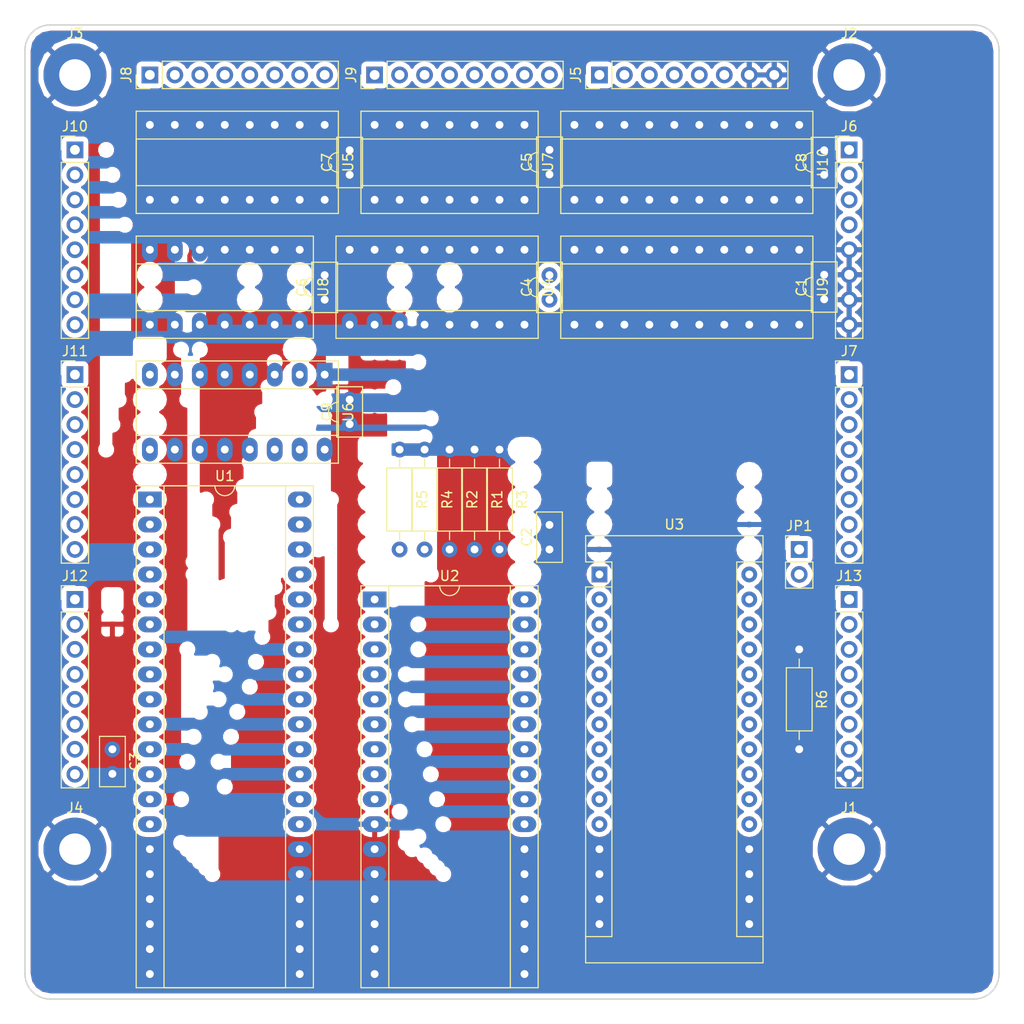
<source format=kicad_pcb>
(kicad_pcb (version 4) (host pcbnew 4.0.6+dfsg1-1)
  (layers (0 F.Cu signal) (31 B.Cu signal) (34 B.Paste user) (35 F.Paste user) (36 B.SilkS user) (37 F.SilkS user) (38 B.Mask user) (39 F.Mask user) (44 Edge.Cuts user))
  (net 0 "")
  (net 1 VCC)
  (net 2 GND)
  (net 3 /A0)
  (net 4 /A1)
  (net 5 /A2)
  (net 6 /A3)
  (net 7 /A4)
  (net 8 /A5)
  (net 9 /A6)
  (net 10 /A7)
  (net 11 /A8)
  (net 12 /A9)
  (net 13 /A10)
  (net 14 /A11)
  (net 15 /A12)
  (net 16 /A13)
  (net 17 /A14)
  (net 18 /A15)
  (net 19 /D0)
  (net 20 /D1)
  (net 21 /D2)
  (net 22 /D3)
  (net 23 /D4)
  (net 24 /D5)
  (net 25 /D6)
  (net 26 /D7)
  (net 27 /~WR)
  (net 28 /~RD)
  (net 29 /~IORQ)
  (net 30 /~MREQ)
  (net 31 /~BUSAK)
  (net 32 /~INT)
  (net 33 /~RESET)
  (net 34 /~WAIT)
  (net 35 /~BUSRQ)
  (net 36 /Arduino/~AOE)
  (net 37 /CLK)
  (net 38 /Arduino/ASDA)
  (net 39 /Arduino/ARCLK)
  (net 40 /Arduino/ASCLK)
  (net 41 "Net-(U4-Pad9)")
  (net 42 "Net-(U5-Pad9)")
  (net 43 /~RFSH)
  (net 44 /~HALT)
  (net 45 /~NMI)
  (net 46 "/IO Ports/PA0")
  (net 47 "/IO Ports/PA1")
  (net 48 "/IO Ports/PA2")
  (net 49 "/IO Ports/PA3")
  (net 50 "/IO Ports/PA4")
  (net 51 "/IO Ports/PA5")
  (net 52 "/IO Ports/PA6")
  (net 53 "/IO Ports/PA7")
  (net 54 "/IO Ports/PB0")
  (net 55 "/IO Ports/PB1")
  (net 56 "/IO Ports/PB2")
  (net 57 "/IO Ports/PB3")
  (net 58 "/IO Ports/PB4")
  (net 59 "/IO Ports/PB5")
  (net 60 "/IO Ports/PB6")
  (net 61 "/IO Ports/PB7")
  (net 62 /~M1)
  (net 63 "/IO Ports/~ADDR0")
  (net 64 "Net-(U8-Pad12)")
  (net 65 "/IO Ports/~RDPB")
  (net 66 "/IO Ports/WRPA")
  (net 67 "Net-(J13-Pad1)")
  (net 68 "Net-(J13-Pad3)")
  (net 69 "Net-(J13-Pad4)")
  (net 70 "Net-(J13-Pad5)")
  (net 71 "Net-(J13-Pad6)")
  (module Modules:Arduino_Nano (layer F.Cu) (at 111.76 109.22)
    (fp_text reference U3 (at 7.62 -5.08) (layer F.SilkS))
    (fp_text value Nano)
    (pad 1 thru_hole rect (at 0 0) (size 1.6 1.6) (drill 0.8) (layers *.Cu *.Mask))
    (pad 17 thru_hole oval (at 15.24 33.02) (size 1.6 1.6) (drill 0.8) (layers *.Cu *.Mask))
    (pad 2 thru_hole oval (at 0 2.54) (size 1.6 1.6) (drill 0.8) (layers *.Cu *.Mask))
    (pad 18 thru_hole oval (at 15.24 30.48) (size 1.6 1.6) (drill 0.8) (layers *.Cu *.Mask))
    (pad 3 thru_hole oval (at 0 5.08) (size 1.6 1.6) (drill 0.8) (layers *.Cu *.Mask))
    (pad 19 thru_hole oval (at 15.24 27.94) (size 1.6 1.6) (drill 0.8) (layers *.Cu *.Mask) (net 19 /D0))
    (pad 4 thru_hole oval (at 0 7.62) (size 1.6 1.6) (drill 0.8) (layers *.Cu *.Mask) (net 2 GND))
    (pad 20 thru_hole oval (at 15.24 25.4) (size 1.6 1.6) (drill 0.8) (layers *.Cu *.Mask) (net 20 /D1))
    (pad 5 thru_hole oval (at 0 10.16) (size 1.6 1.6) (drill 0.8) (layers *.Cu *.Mask) (net 68 "Net-(J13-Pad3)"))
    (pad 21 thru_hole oval (at 15.24 22.86) (size 1.6 1.6) (drill 0.8) (layers *.Cu *.Mask) (net 21 /D2))
    (pad 6 thru_hole oval (at 0 12.7) (size 1.6 1.6) (drill 0.8) (layers *.Cu *.Mask) (net 69 "Net-(J13-Pad4)"))
    (pad 22 thru_hole oval (at 15.24 20.32) (size 1.6 1.6) (drill 0.8) (layers *.Cu *.Mask) (net 22 /D3))
    (pad 7 thru_hole oval (at 0 15.24) (size 1.6 1.6) (drill 0.8) (layers *.Cu *.Mask) (net 33 /~RESET))
    (pad 23 thru_hole oval (at 15.24 17.78) (size 1.6 1.6) (drill 0.8) (layers *.Cu *.Mask) (net 23 /D4))
    (pad 8 thru_hole oval (at 0 17.78) (size 1.6 1.6) (drill 0.8) (layers *.Cu *.Mask) (net 70 "Net-(J13-Pad5)"))
    (pad 24 thru_hole oval (at 15.24 15.24) (size 1.6 1.6) (drill 0.8) (layers *.Cu *.Mask) (net 24 /D5))
    (pad 9 thru_hole oval (at 0 20.32) (size 1.6 1.6) (drill 0.8) (layers *.Cu *.Mask) (net 25 /D6))
    (pad 25 thru_hole oval (at 15.24 12.7) (size 1.6 1.6) (drill 0.8) (layers *.Cu *.Mask))
    (pad 10 thru_hole oval (at 0 22.86) (size 1.6 1.6) (drill 0.8) (layers *.Cu *.Mask) (net 26 /D7))
    (pad 26 thru_hole oval (at 15.24 10.16) (size 1.6 1.6) (drill 0.8) (layers *.Cu *.Mask))
    (pad 11 thru_hole oval (at 0 25.4) (size 1.6 1.6) (drill 0.8) (layers *.Cu *.Mask) (net 37 /CLK))
    (pad 27 thru_hole oval (at 15.24 7.62) (size 1.6 1.6) (drill 0.8) (layers *.Cu *.Mask) (net 67 "Net-(J13-Pad1)"))
    (pad 12 thru_hole oval (at 0 27.94) (size 1.6 1.6) (drill 0.8) (layers *.Cu *.Mask) (net 36 /Arduino/~AOE))
    (pad 28 thru_hole oval (at 15.24 5.08) (size 1.6 1.6) (drill 0.8) (layers *.Cu *.Mask) (net 2 GND))
    (pad 13 thru_hole oval (at 0 30.48) (size 1.6 1.6) (drill 0.8) (layers *.Cu *.Mask) (net 71 "Net-(J13-Pad6)"))
    (pad 29 thru_hole oval (at 15.24 2.54) (size 1.6 1.6) (drill 0.8) (layers *.Cu *.Mask))
    (pad 14 thru_hole oval (at 0 33.02) (size 1.6 1.6) (drill 0.8) (layers *.Cu *.Mask) (net 38 /Arduino/ASDA))
    (pad 30 thru_hole oval (at 15.24 0) (size 1.6 1.6) (drill 0.8) (layers *.Cu *.Mask))
    (pad 15 thru_hole oval (at 0 35.56) (size 1.6 1.6) (drill 0.8) (layers *.Cu *.Mask) (net 39 /Arduino/ARCLK))
    (pad 16 thru_hole oval (at 15.24 35.56) (size 1.6 1.6) (drill 0.8) (layers *.Cu *.Mask) (net 40 /Arduino/ASCLK))
  )
  (module Pin_Headers:Pin_Header_Straight_1x08_Pitch2.54mm (layer F.Cu) (at 137.16 66.04)
    (fp_text reference J6 (at 0 -2.39) (layer F.SilkS))
    (fp_text value PORTA)
    (pad 1 thru_hole rect (at 0 0) (size 1.7 1.7) (drill 1) (layers *.Cu *.Mask) (net 46 "/IO Ports/PA0"))
    (pad 2 thru_hole oval (at 0 2.54) (size 1.7 1.7) (drill 1) (layers *.Cu *.Mask) (net 47 "/IO Ports/PA1"))
    (pad 3 thru_hole oval (at 0 5.08) (size 1.7 1.7) (drill 1) (layers *.Cu *.Mask) (net 48 "/IO Ports/PA2"))
    (pad 4 thru_hole oval (at 0 7.62) (size 1.7 1.7) (drill 1) (layers *.Cu *.Mask) (net 49 "/IO Ports/PA3"))
    (pad 5 thru_hole oval (at 0 10.16) (size 1.7 1.7) (drill 1) (layers *.Cu *.Mask) (net 50 "/IO Ports/PA4"))
    (pad 6 thru_hole oval (at 0 12.7) (size 1.7 1.7) (drill 1) (layers *.Cu *.Mask) (net 51 "/IO Ports/PA5"))
    (pad 7 thru_hole oval (at 0 15.24) (size 1.7 1.7) (drill 1) (layers *.Cu *.Mask) (net 52 "/IO Ports/PA6"))
    (pad 8 thru_hole oval (at 0 17.78) (size 1.7 1.7) (drill 1) (layers *.Cu *.Mask) (net 53 "/IO Ports/PA7"))
  )
  (module Resistors_THT:R_Axial_DIN0207_L6.3mm_D2.5mm_P10.16mm_Horizontal (layer F.Cu) (at 99.06 96.52 270)
    (fp_text reference R1 (at 5.08 -2.31 270) (layer F.SilkS))
    (fp_text value 330R)
    (pad 1 thru_hole circle (at 0 0 270) (size 1.6 1.6) (drill 0.8) (layers *.Cu *.Mask) (net 1 VCC))
    (pad 2 thru_hole oval (at 10.16 0 270) (size 1.6 1.6) (drill 0.8) (layers *.Cu *.Mask) (net 35 /~BUSRQ))
  )
  (module Resistors_THT:R_Axial_DIN0207_L6.3mm_D2.5mm_P10.16mm_Horizontal (layer F.Cu) (at 96.52 96.52 270)
    (fp_text reference R2 (at 5.08 -2.31 270) (layer F.SilkS))
    (fp_text value 330R)
    (pad 1 thru_hole circle (at 0 0 270) (size 1.6 1.6) (drill 0.8) (layers *.Cu *.Mask) (net 1 VCC))
    (pad 2 thru_hole oval (at 10.16 0 270) (size 1.6 1.6) (drill 0.8) (layers *.Cu *.Mask) (net 34 /~WAIT))
  )
  (module Resistors_THT:R_Axial_DIN0207_L6.3mm_D2.5mm_P10.16mm_Horizontal (layer F.Cu) (at 101.6 96.52 270)
    (fp_text reference R3 (at 5.08 -2.31 270) (layer F.SilkS))
    (fp_text value 330R)
    (pad 1 thru_hole circle (at 0 0 270) (size 1.6 1.6) (drill 0.8) (layers *.Cu *.Mask) (net 1 VCC))
    (pad 2 thru_hole oval (at 10.16 0 270) (size 1.6 1.6) (drill 0.8) (layers *.Cu *.Mask) (net 33 /~RESET))
  )
  (module Resistors_THT:R_Axial_DIN0207_L6.3mm_D2.5mm_P10.16mm_Horizontal (layer F.Cu) (at 93.98 96.52 270)
    (fp_text reference R4 (at 5.08 -2.31 270) (layer F.SilkS))
    (fp_text value 330R)
    (pad 1 thru_hole circle (at 0 0 270) (size 1.6 1.6) (drill 0.8) (layers *.Cu *.Mask) (net 1 VCC))
    (pad 2 thru_hole oval (at 10.16 0 270) (size 1.6 1.6) (drill 0.8) (layers *.Cu *.Mask) (net 45 /~NMI))
  )
  (module Resistors_THT:R_Axial_DIN0207_L6.3mm_D2.5mm_P10.16mm_Horizontal (layer F.Cu) (at 91.44 96.52 270)
    (fp_text reference R5 (at 5.08 -2.31 270) (layer F.SilkS))
    (fp_text value 330R)
    (pad 1 thru_hole circle (at 0 0 270) (size 1.6 1.6) (drill 0.8) (layers *.Cu *.Mask) (net 1 VCC))
    (pad 2 thru_hole oval (at 10.16 0 270) (size 1.6 1.6) (drill 0.8) (layers *.Cu *.Mask) (net 32 /~INT))
  )
  (module Resistors_THT:R_Axial_DIN0207_L6.3mm_D2.5mm_P10.16mm_Horizontal (layer F.Cu) (at 132.08 116.84 270)
    (fp_text reference R6 (at 5.08 -2.31 270) (layer F.SilkS))
    (fp_text value 330R)
    (pad 1 thru_hole circle (at 0 0 270) (size 1.6 1.6) (drill 0.8) (layers *.Cu *.Mask) (net 1 VCC))
    (pad 2 thru_hole oval (at 10.16 0 270) (size 1.6 1.6) (drill 0.8) (layers *.Cu *.Mask) (net 36 /Arduino/~AOE))
  )
  (module Housings_DIP:DIP-40_W15.24mm_Socket_LongPads (layer F.Cu) (at 66.04 101.6)
    (fp_text reference U1 (at 7.62 -2.39) (layer F.SilkS))
    (fp_text value Z84C00)
    (pad 1 thru_hole rect (at 0 0) (size 2.4 1.6) (drill 0.8) (layers *.Cu *.Mask) (net 14 /A11))
    (pad 21 thru_hole oval (at 15.24 48.26) (size 2.4 1.6) (drill 0.8) (layers *.Cu *.Mask) (net 28 /~RD))
    (pad 2 thru_hole oval (at 0 2.54) (size 2.4 1.6) (drill 0.8) (layers *.Cu *.Mask) (net 15 /A12))
    (pad 22 thru_hole oval (at 15.24 45.72) (size 2.4 1.6) (drill 0.8) (layers *.Cu *.Mask) (net 27 /~WR))
    (pad 3 thru_hole oval (at 0 5.08) (size 2.4 1.6) (drill 0.8) (layers *.Cu *.Mask) (net 16 /A13))
    (pad 23 thru_hole oval (at 15.24 43.18) (size 2.4 1.6) (drill 0.8) (layers *.Cu *.Mask) (net 31 /~BUSAK))
    (pad 4 thru_hole oval (at 0 7.62) (size 2.4 1.6) (drill 0.8) (layers *.Cu *.Mask) (net 17 /A14))
    (pad 24 thru_hole oval (at 15.24 40.64) (size 2.4 1.6) (drill 0.8) (layers *.Cu *.Mask) (net 34 /~WAIT))
    (pad 5 thru_hole oval (at 0 10.16) (size 2.4 1.6) (drill 0.8) (layers *.Cu *.Mask) (net 18 /A15))
    (pad 25 thru_hole oval (at 15.24 38.1) (size 2.4 1.6) (drill 0.8) (layers *.Cu *.Mask) (net 35 /~BUSRQ))
    (pad 6 thru_hole oval (at 0 12.7) (size 2.4 1.6) (drill 0.8) (layers *.Cu *.Mask) (net 37 /CLK))
    (pad 26 thru_hole oval (at 15.24 35.56) (size 2.4 1.6) (drill 0.8) (layers *.Cu *.Mask) (net 33 /~RESET))
    (pad 7 thru_hole oval (at 0 15.24) (size 2.4 1.6) (drill 0.8) (layers *.Cu *.Mask) (net 23 /D4))
    (pad 27 thru_hole oval (at 15.24 33.02) (size 2.4 1.6) (drill 0.8) (layers *.Cu *.Mask) (net 62 /~M1))
    (pad 8 thru_hole oval (at 0 17.78) (size 2.4 1.6) (drill 0.8) (layers *.Cu *.Mask) (net 22 /D3))
    (pad 28 thru_hole oval (at 15.24 30.48) (size 2.4 1.6) (drill 0.8) (layers *.Cu *.Mask) (net 43 /~RFSH))
    (pad 9 thru_hole oval (at 0 20.32) (size 2.4 1.6) (drill 0.8) (layers *.Cu *.Mask) (net 24 /D5))
    (pad 29 thru_hole oval (at 15.24 27.94) (size 2.4 1.6) (drill 0.8) (layers *.Cu *.Mask) (net 12 /A9))
    (pad 10 thru_hole oval (at 0 22.86) (size 2.4 1.6) (drill 0.8) (layers *.Cu *.Mask) (net 25 /D6))
    (pad 30 thru_hole oval (at 15.24 25.4) (size 2.4 1.6) (drill 0.8) (layers *.Cu *.Mask) (net 3 /A0))
    (pad 11 thru_hole oval (at 0 25.4) (size 2.4 1.6) (drill 0.8) (layers *.Cu *.Mask) (net 1 VCC))
    (pad 31 thru_hole oval (at 15.24 22.86) (size 2.4 1.6) (drill 0.8) (layers *.Cu *.Mask) (net 4 /A1))
    (pad 12 thru_hole oval (at 0 27.94) (size 2.4 1.6) (drill 0.8) (layers *.Cu *.Mask) (net 21 /D2))
    (pad 32 thru_hole oval (at 15.24 20.32) (size 2.4 1.6) (drill 0.8) (layers *.Cu *.Mask) (net 5 /A2))
    (pad 13 thru_hole oval (at 0 30.48) (size 2.4 1.6) (drill 0.8) (layers *.Cu *.Mask) (net 26 /D7))
    (pad 33 thru_hole oval (at 15.24 17.78) (size 2.4 1.6) (drill 0.8) (layers *.Cu *.Mask) (net 6 /A3))
    (pad 14 thru_hole oval (at 0 33.02) (size 2.4 1.6) (drill 0.8) (layers *.Cu *.Mask) (net 19 /D0))
    (pad 34 thru_hole oval (at 15.24 15.24) (size 2.4 1.6) (drill 0.8) (layers *.Cu *.Mask) (net 7 /A4))
    (pad 15 thru_hole oval (at 0 35.56) (size 2.4 1.6) (drill 0.8) (layers *.Cu *.Mask) (net 20 /D1))
    (pad 35 thru_hole oval (at 15.24 12.7) (size 2.4 1.6) (drill 0.8) (layers *.Cu *.Mask) (net 8 /A5))
    (pad 16 thru_hole oval (at 0 38.1) (size 2.4 1.6) (drill 0.8) (layers *.Cu *.Mask) (net 32 /~INT))
    (pad 36 thru_hole oval (at 15.24 10.16) (size 2.4 1.6) (drill 0.8) (layers *.Cu *.Mask) (net 9 /A6))
    (pad 17 thru_hole oval (at 0 40.64) (size 2.4 1.6) (drill 0.8) (layers *.Cu *.Mask) (net 45 /~NMI))
    (pad 37 thru_hole oval (at 15.24 7.62) (size 2.4 1.6) (drill 0.8) (layers *.Cu *.Mask) (net 10 /A7))
    (pad 18 thru_hole oval (at 0 43.18) (size 2.4 1.6) (drill 0.8) (layers *.Cu *.Mask) (net 44 /~HALT))
    (pad 38 thru_hole oval (at 15.24 5.08) (size 2.4 1.6) (drill 0.8) (layers *.Cu *.Mask) (net 11 /A8))
    (pad 19 thru_hole oval (at 0 45.72) (size 2.4 1.6) (drill 0.8) (layers *.Cu *.Mask) (net 30 /~MREQ))
    (pad 39 thru_hole oval (at 15.24 2.54) (size 2.4 1.6) (drill 0.8) (layers *.Cu *.Mask))
    (pad 20 thru_hole oval (at 0 48.26) (size 2.4 1.6) (drill 0.8) (layers *.Cu *.Mask) (net 29 /~IORQ))
    (pad 40 thru_hole oval (at 15.24 0) (size 2.4 1.6) (drill 0.8) (layers *.Cu *.Mask) (net 13 /A10))
  )
  (module Pin_Headers:Pin_Header_Straight_1x08_Pitch2.54mm (layer F.Cu) (at 137.16 88.9)
    (fp_text reference J7 (at 0 -2.39) (layer F.SilkS))
    (fp_text value PORTB)
    (pad 1 thru_hole rect (at 0 0) (size 1.7 1.7) (drill 1) (layers *.Cu *.Mask) (net 54 "/IO Ports/PB0"))
    (pad 2 thru_hole oval (at 0 2.54) (size 1.7 1.7) (drill 1) (layers *.Cu *.Mask) (net 55 "/IO Ports/PB1"))
    (pad 3 thru_hole oval (at 0 5.08) (size 1.7 1.7) (drill 1) (layers *.Cu *.Mask) (net 56 "/IO Ports/PB2"))
    (pad 4 thru_hole oval (at 0 7.62) (size 1.7 1.7) (drill 1) (layers *.Cu *.Mask) (net 57 "/IO Ports/PB3"))
    (pad 5 thru_hole oval (at 0 10.16) (size 1.7 1.7) (drill 1) (layers *.Cu *.Mask) (net 58 "/IO Ports/PB4"))
    (pad 6 thru_hole oval (at 0 12.7) (size 1.7 1.7) (drill 1) (layers *.Cu *.Mask) (net 59 "/IO Ports/PB5"))
    (pad 7 thru_hole oval (at 0 15.24) (size 1.7 1.7) (drill 1) (layers *.Cu *.Mask) (net 60 "/IO Ports/PB6"))
    (pad 8 thru_hole oval (at 0 17.78) (size 1.7 1.7) (drill 1) (layers *.Cu *.Mask) (net 61 "/IO Ports/PB7"))
  )
  (module Pin_Headers:Pin_Header_Straight_1x08_Pitch2.54mm (layer F.Cu) (at 66.04 58.42 90)
    (fp_text reference J8 (at 0 -2.39 90) (layer F.SilkS))
    (fp_text value ADDR2)
    (pad 1 thru_hole rect (at 0 0 90) (size 1.7 1.7) (drill 1) (layers *.Cu *.Mask) (net 18 /A15))
    (pad 2 thru_hole oval (at 0 2.54 90) (size 1.7 1.7) (drill 1) (layers *.Cu *.Mask) (net 17 /A14))
    (pad 3 thru_hole oval (at 0 5.08 90) (size 1.7 1.7) (drill 1) (layers *.Cu *.Mask) (net 16 /A13))
    (pad 4 thru_hole oval (at 0 7.62 90) (size 1.7 1.7) (drill 1) (layers *.Cu *.Mask) (net 15 /A12))
    (pad 5 thru_hole oval (at 0 10.16 90) (size 1.7 1.7) (drill 1) (layers *.Cu *.Mask) (net 14 /A11))
    (pad 6 thru_hole oval (at 0 12.7 90) (size 1.7 1.7) (drill 1) (layers *.Cu *.Mask) (net 13 /A10))
    (pad 7 thru_hole oval (at 0 15.24 90) (size 1.7 1.7) (drill 1) (layers *.Cu *.Mask) (net 12 /A9))
    (pad 8 thru_hole oval (at 0 17.78 90) (size 1.7 1.7) (drill 1) (layers *.Cu *.Mask) (net 11 /A8))
  )
  (module Pin_Headers:Pin_Header_Straight_1x08_Pitch2.54mm (layer F.Cu) (at 88.9 58.42 90)
    (fp_text reference J9 (at 0 -2.39 90) (layer F.SilkS))
    (fp_text value ADDR1)
    (pad 1 thru_hole rect (at 0 0 90) (size 1.7 1.7) (drill 1) (layers *.Cu *.Mask) (net 10 /A7))
    (pad 2 thru_hole oval (at 0 2.54 90) (size 1.7 1.7) (drill 1) (layers *.Cu *.Mask) (net 9 /A6))
    (pad 3 thru_hole oval (at 0 5.08 90) (size 1.7 1.7) (drill 1) (layers *.Cu *.Mask) (net 8 /A5))
    (pad 4 thru_hole oval (at 0 7.62 90) (size 1.7 1.7) (drill 1) (layers *.Cu *.Mask) (net 7 /A4))
    (pad 5 thru_hole oval (at 0 10.16 90) (size 1.7 1.7) (drill 1) (layers *.Cu *.Mask) (net 6 /A3))
    (pad 6 thru_hole oval (at 0 12.7 90) (size 1.7 1.7) (drill 1) (layers *.Cu *.Mask) (net 5 /A2))
    (pad 7 thru_hole oval (at 0 15.24 90) (size 1.7 1.7) (drill 1) (layers *.Cu *.Mask) (net 4 /A1))
    (pad 8 thru_hole oval (at 0 17.78 90) (size 1.7 1.7) (drill 1) (layers *.Cu *.Mask) (net 3 /A0))
  )
  (module Pin_Headers:Pin_Header_Straight_1x08_Pitch2.54mm (layer F.Cu) (at 58.42 66.04)
    (fp_text reference J10 (at 0 -2.39) (layer F.SilkS))
    (fp_text value DATA)
    (pad 1 thru_hole rect (at 0 0) (size 1.7 1.7) (drill 1) (layers *.Cu *.Mask) (net 19 /D0))
    (pad 2 thru_hole oval (at 0 2.54) (size 1.7 1.7) (drill 1) (layers *.Cu *.Mask) (net 20 /D1))
    (pad 3 thru_hole oval (at 0 5.08) (size 1.7 1.7) (drill 1) (layers *.Cu *.Mask) (net 21 /D2))
    (pad 4 thru_hole oval (at 0 7.62) (size 1.7 1.7) (drill 1) (layers *.Cu *.Mask) (net 22 /D3))
    (pad 5 thru_hole oval (at 0 10.16) (size 1.7 1.7) (drill 1) (layers *.Cu *.Mask) (net 23 /D4))
    (pad 6 thru_hole oval (at 0 12.7) (size 1.7 1.7) (drill 1) (layers *.Cu *.Mask) (net 24 /D5))
    (pad 7 thru_hole oval (at 0 15.24) (size 1.7 1.7) (drill 1) (layers *.Cu *.Mask) (net 25 /D6))
    (pad 8 thru_hole oval (at 0 17.78) (size 1.7 1.7) (drill 1) (layers *.Cu *.Mask) (net 26 /D7))
  )
  (module Pin_Headers:Pin_Header_Straight_1x08_Pitch2.54mm (layer F.Cu) (at 58.42 88.9)
    (fp_text reference J11 (at 0 -2.39) (layer F.SilkS))
    (fp_text value CPU1)
    (pad 1 thru_hole rect (at 0 0) (size 1.7 1.7) (drill 1) (layers *.Cu *.Mask) (net 44 /~HALT))
    (pad 2 thru_hole oval (at 0 2.54) (size 1.7 1.7) (drill 1) (layers *.Cu *.Mask) (net 30 /~MREQ))
    (pad 3 thru_hole oval (at 0 5.08) (size 1.7 1.7) (drill 1) (layers *.Cu *.Mask) (net 29 /~IORQ))
    (pad 4 thru_hole oval (at 0 7.62) (size 1.7 1.7) (drill 1) (layers *.Cu *.Mask) (net 28 /~RD))
    (pad 5 thru_hole oval (at 0 10.16) (size 1.7 1.7) (drill 1) (layers *.Cu *.Mask) (net 27 /~WR))
    (pad 6 thru_hole oval (at 0 12.7) (size 1.7 1.7) (drill 1) (layers *.Cu *.Mask) (net 31 /~BUSAK))
    (pad 7 thru_hole oval (at 0 15.24) (size 1.7 1.7) (drill 1) (layers *.Cu *.Mask) (net 62 /~M1))
    (pad 8 thru_hole oval (at 0 17.78) (size 1.7 1.7) (drill 1) (layers *.Cu *.Mask) (net 43 /~RFSH))
  )
  (module Pin_Headers:Pin_Header_Straight_1x08_Pitch2.54mm (layer F.Cu) (at 58.42 111.76)
    (fp_text reference J12 (at 0 -2.39) (layer F.SilkS))
    (fp_text value CPU2)
    (pad 1 thru_hole rect (at 0 0) (size 1.7 1.7) (drill 1) (layers *.Cu *.Mask) (net 1 VCC))
    (pad 2 thru_hole oval (at 0 2.54) (size 1.7 1.7) (drill 1) (layers *.Cu *.Mask) (net 32 /~INT))
    (pad 3 thru_hole oval (at 0 5.08) (size 1.7 1.7) (drill 1) (layers *.Cu *.Mask) (net 45 /~NMI))
    (pad 4 thru_hole oval (at 0 7.62) (size 1.7 1.7) (drill 1) (layers *.Cu *.Mask) (net 33 /~RESET))
    (pad 5 thru_hole oval (at 0 10.16) (size 1.7 1.7) (drill 1) (layers *.Cu *.Mask) (net 34 /~WAIT))
    (pad 6 thru_hole oval (at 0 12.7) (size 1.7 1.7) (drill 1) (layers *.Cu *.Mask) (net 35 /~BUSRQ))
    (pad 7 thru_hole oval (at 0 15.24) (size 1.7 1.7) (drill 1) (layers *.Cu *.Mask) (net 37 /CLK))
    (pad 8 thru_hole oval (at 0 17.78) (size 1.7 1.7) (drill 1) (layers *.Cu *.Mask) (net 2 GND))
  )
  (module Housings_DIP:DIP-32_W15.24mm_Socket_LongPads (layer F.Cu) (at 88.9 111.76)
    (fp_text reference U2 (at 7.62 -2.39) (layer F.SilkS))
    (fp_text value AS6C4008)
    (pad 1 thru_hole rect (at 0 0) (size 2.4 1.6) (drill 0.8) (layers *.Cu *.Mask) (net 1 VCC))
    (pad 17 thru_hole oval (at 15.24 38.1) (size 2.4 1.6) (drill 0.8) (layers *.Cu *.Mask) (net 22 /D3))
    (pad 2 thru_hole oval (at 0 2.54) (size 2.4 1.6) (drill 0.8) (layers *.Cu *.Mask) (net 1 VCC))
    (pad 18 thru_hole oval (at 15.24 35.56) (size 2.4 1.6) (drill 0.8) (layers *.Cu *.Mask) (net 23 /D4))
    (pad 3 thru_hole oval (at 0 5.08) (size 2.4 1.6) (drill 0.8) (layers *.Cu *.Mask) (net 12 /A9))
    (pad 19 thru_hole oval (at 15.24 33.02) (size 2.4 1.6) (drill 0.8) (layers *.Cu *.Mask) (net 24 /D5))
    (pad 4 thru_hole oval (at 0 7.62) (size 2.4 1.6) (drill 0.8) (layers *.Cu *.Mask) (net 11 /A8))
    (pad 20 thru_hole oval (at 15.24 30.48) (size 2.4 1.6) (drill 0.8) (layers *.Cu *.Mask) (net 25 /D6))
    (pad 5 thru_hole oval (at 0 10.16) (size 2.4 1.6) (drill 0.8) (layers *.Cu *.Mask) (net 10 /A7))
    (pad 21 thru_hole oval (at 15.24 27.94) (size 2.4 1.6) (drill 0.8) (layers *.Cu *.Mask) (net 26 /D7))
    (pad 6 thru_hole oval (at 0 12.7) (size 2.4 1.6) (drill 0.8) (layers *.Cu *.Mask) (net 9 /A6))
    (pad 22 thru_hole oval (at 15.24 25.4) (size 2.4 1.6) (drill 0.8) (layers *.Cu *.Mask) (net 30 /~MREQ))
    (pad 7 thru_hole oval (at 0 15.24) (size 2.4 1.6) (drill 0.8) (layers *.Cu *.Mask) (net 8 /A5))
    (pad 23 thru_hole oval (at 15.24 22.86) (size 2.4 1.6) (drill 0.8) (layers *.Cu *.Mask) (net 14 /A11))
    (pad 8 thru_hole oval (at 0 17.78) (size 2.4 1.6) (drill 0.8) (layers *.Cu *.Mask) (net 7 /A4))
    (pad 24 thru_hole oval (at 15.24 20.32) (size 2.4 1.6) (drill 0.8) (layers *.Cu *.Mask) (net 28 /~RD))
    (pad 9 thru_hole oval (at 0 20.32) (size 2.4 1.6) (drill 0.8) (layers *.Cu *.Mask) (net 6 /A3))
    (pad 25 thru_hole oval (at 15.24 17.78) (size 2.4 1.6) (drill 0.8) (layers *.Cu *.Mask) (net 13 /A10))
    (pad 10 thru_hole oval (at 0 22.86) (size 2.4 1.6) (drill 0.8) (layers *.Cu *.Mask) (net 5 /A2))
    (pad 26 thru_hole oval (at 15.24 15.24) (size 2.4 1.6) (drill 0.8) (layers *.Cu *.Mask) (net 15 /A12))
    (pad 11 thru_hole oval (at 0 25.4) (size 2.4 1.6) (drill 0.8) (layers *.Cu *.Mask) (net 4 /A1))
    (pad 27 thru_hole oval (at 15.24 12.7) (size 2.4 1.6) (drill 0.8) (layers *.Cu *.Mask) (net 16 /A13))
    (pad 12 thru_hole oval (at 0 27.94) (size 2.4 1.6) (drill 0.8) (layers *.Cu *.Mask) (net 3 /A0))
    (pad 28 thru_hole oval (at 15.24 10.16) (size 2.4 1.6) (drill 0.8) (layers *.Cu *.Mask) (net 17 /A14))
    (pad 13 thru_hole oval (at 0 30.48) (size 2.4 1.6) (drill 0.8) (layers *.Cu *.Mask) (net 21 /D2))
    (pad 29 thru_hole oval (at 15.24 7.62) (size 2.4 1.6) (drill 0.8) (layers *.Cu *.Mask) (net 27 /~WR))
    (pad 14 thru_hole oval (at 0 33.02) (size 2.4 1.6) (drill 0.8) (layers *.Cu *.Mask) (net 20 /D1))
    (pad 30 thru_hole oval (at 15.24 5.08) (size 2.4 1.6) (drill 0.8) (layers *.Cu *.Mask) (net 1 VCC))
    (pad 15 thru_hole oval (at 0 35.56) (size 2.4 1.6) (drill 0.8) (layers *.Cu *.Mask) (net 19 /D0))
    (pad 31 thru_hole oval (at 15.24 2.54) (size 2.4 1.6) (drill 0.8) (layers *.Cu *.Mask) (net 18 /A15))
    (pad 16 thru_hole oval (at 0 38.1) (size 2.4 1.6) (drill 0.8) (layers *.Cu *.Mask) (net 2 GND))
    (pad 32 thru_hole oval (at 15.24 0) (size 2.4 1.6) (drill 0.8) (layers *.Cu *.Mask) (net 1 VCC))
  )
  (module Pin_Headers:Pin_Header_Straight_1x02_Pitch2.54mm (layer F.Cu) (at 132.08 106.68)
    (fp_text reference JP1 (at 0 -2.39) (layer F.SilkS))
    (fp_text value "NANO PWR")
    (pad 1 thru_hole rect (at 0 0) (size 1.7 1.7) (drill 1) (layers *.Cu *.Mask) (net 67 "Net-(J13-Pad1)"))
    (pad 2 thru_hole oval (at 0 2.54) (size 1.7 1.7) (drill 1) (layers *.Cu *.Mask) (net 1 VCC))
  )
  (module Pin_Headers:Pin_Header_Straight_1x08_Pitch2.54mm (layer F.Cu) (at 111.76 58.42 90)
    (fp_text reference J5 (at 0 -2.39 90) (layer F.SilkS))
    (fp_text value POWER)
    (pad 1 thru_hole rect (at 0 0 90) (size 1.7 1.7) (drill 1) (layers *.Cu *.Mask) (net 1 VCC))
    (pad 2 thru_hole oval (at 0 2.54 90) (size 1.7 1.7) (drill 1) (layers *.Cu *.Mask) (net 1 VCC))
    (pad 3 thru_hole oval (at 0 5.08 90) (size 1.7 1.7) (drill 1) (layers *.Cu *.Mask) (net 1 VCC))
    (pad 4 thru_hole oval (at 0 7.62 90) (size 1.7 1.7) (drill 1) (layers *.Cu *.Mask) (net 1 VCC))
    (pad 5 thru_hole oval (at 0 10.16 90) (size 1.7 1.7) (drill 1) (layers *.Cu *.Mask) (net 2 GND))
    (pad 6 thru_hole oval (at 0 12.7 90) (size 1.7 1.7) (drill 1) (layers *.Cu *.Mask) (net 2 GND))
    (pad 7 thru_hole oval (at 0 15.24 90) (size 1.7 1.7) (drill 1) (layers *.Cu *.Mask) (net 2 GND))
    (pad 8 thru_hole oval (at 0 17.78 90) (size 1.7 1.7) (drill 1) (layers *.Cu *.Mask) (net 2 GND))
  )
  (module Mounting_Holes:MountingHole_3.2mm_M3_Pad (layer F.Cu) (at 137.16 137.16)
    (fp_text reference J1 (at 0 -4.2) (layer F.SilkS))
    (fp_text value MOUNT)
    (pad 1 thru_hole circle (at 0 0) (size 6.4 6.4) (drill 3.2) (layers *.Cu *.Mask) (net 2 GND))
  )
  (module Mounting_Holes:MountingHole_3.2mm_M3_Pad (layer F.Cu) (at 137.16 58.42)
    (fp_text reference J2 (at 0 -4.2) (layer F.SilkS))
    (fp_text value MOUNT)
    (pad 1 thru_hole circle (at 0 0) (size 6.4 6.4) (drill 3.2) (layers *.Cu *.Mask) (net 2 GND))
  )
  (module Mounting_Holes:MountingHole_3.2mm_M3_Pad (layer F.Cu) (at 58.42 58.42)
    (fp_text reference J3 (at 0 -4.2) (layer F.SilkS))
    (fp_text value MOUNT)
    (pad 1 thru_hole circle (at 0 0) (size 6.4 6.4) (drill 3.2) (layers *.Cu *.Mask) (net 2 GND))
  )
  (module Mounting_Holes:MountingHole_3.2mm_M3_Pad (layer F.Cu) (at 58.42 137.16)
    (fp_text reference J4 (at 0 -4.2) (layer F.SilkS))
    (fp_text value MOUNT)
    (pad 1 thru_hole circle (at 0 0) (size 6.4 6.4) (drill 3.2) (layers *.Cu *.Mask) (net 2 GND))
  )
  (module Pin_Headers:Pin_Header_Straight_1x08_Pitch2.54mm (layer F.Cu) (at 137.16 111.76)
    (fp_text reference J13 (at 0 -2.39) (layer F.SilkS))
    (fp_text value NANO)
    (pad 1 thru_hole rect (at 0 0) (size 1.7 1.7) (drill 1) (layers *.Cu *.Mask) (net 67 "Net-(J13-Pad1)"))
    (pad 2 thru_hole oval (at 0 2.54) (size 1.7 1.7) (drill 1) (layers *.Cu *.Mask) (net 67 "Net-(J13-Pad1)"))
    (pad 3 thru_hole oval (at 0 5.08) (size 1.7 1.7) (drill 1) (layers *.Cu *.Mask) (net 68 "Net-(J13-Pad3)"))
    (pad 4 thru_hole oval (at 0 7.62) (size 1.7 1.7) (drill 1) (layers *.Cu *.Mask) (net 69 "Net-(J13-Pad4)"))
    (pad 5 thru_hole oval (at 0 10.16) (size 1.7 1.7) (drill 1) (layers *.Cu *.Mask) (net 70 "Net-(J13-Pad5)"))
    (pad 6 thru_hole oval (at 0 12.7) (size 1.7 1.7) (drill 1) (layers *.Cu *.Mask) (net 71 "Net-(J13-Pad6)"))
    (pad 7 thru_hole oval (at 0 15.24) (size 1.7 1.7) (drill 1) (layers *.Cu *.Mask) (net 2 GND))
    (pad 8 thru_hole oval (at 0 17.78) (size 1.7 1.7) (drill 1) (layers *.Cu *.Mask) (net 2 GND))
  )
  (module Capacitors_THT:C_Disc_D5.0mm_W2.5mm_P2.50mm (layer F.Cu) (at 134.62 81.24 90)
    (fp_text reference C1 (at 1.25 -2.31 90) (layer F.SilkS))
    (fp_text value 100n)
    (pad 1 thru_hole circle (at 0 0 90) (size 1.6 1.6) (drill 0.8) (layers *.Cu *.Mask) (net 1 VCC))
    (pad 2 thru_hole circle (at 2.5 0 90) (size 1.6 1.6) (drill 0.8) (layers *.Cu *.Mask) (net 2 GND))
  )
  (module Capacitors_THT:C_Disc_D5.0mm_W2.5mm_P2.50mm (layer F.Cu) (at 106.68 106.68 90)
    (fp_text reference C2 (at 1.25 -2.31 90) (layer F.SilkS))
    (fp_text value 100n)
    (pad 1 thru_hole circle (at 0 0 90) (size 1.6 1.6) (drill 0.8) (layers *.Cu *.Mask) (net 1 VCC))
    (pad 2 thru_hole circle (at 2.5 0 90) (size 1.6 1.6) (drill 0.8) (layers *.Cu *.Mask) (net 2 GND))
  )
  (module Capacitors_THT:C_Disc_D5.0mm_W2.5mm_P2.50mm (layer F.Cu) (at 62.23 127 270)
    (fp_text reference C3 (at 1.25 -2.31 270) (layer F.SilkS))
    (fp_text value 100n)
    (pad 1 thru_hole circle (at 0 0 270) (size 1.6 1.6) (drill 0.8) (layers *.Cu *.Mask) (net 1 VCC))
    (pad 2 thru_hole circle (at 2.5 0 270) (size 1.6 1.6) (drill 0.8) (layers *.Cu *.Mask) (net 2 GND))
  )
  (module Capacitors_THT:C_Disc_D5.0mm_W2.5mm_P2.50mm (layer F.Cu) (at 106.68 81.28 90)
    (fp_text reference C4 (at 1.25 -2.31 90) (layer F.SilkS))
    (fp_text value 100n)
    (pad 1 thru_hole circle (at 0 0 90) (size 1.6 1.6) (drill 0.8) (layers *.Cu *.Mask) (net 1 VCC))
    (pad 2 thru_hole circle (at 2.5 0 90) (size 1.6 1.6) (drill 0.8) (layers *.Cu *.Mask) (net 2 GND))
  )
  (module Capacitors_THT:C_Disc_D5.0mm_W2.5mm_P2.50mm (layer F.Cu) (at 106.68 68.54 90)
    (fp_text reference C5 (at 1.25 -2.31 90) (layer F.SilkS))
    (fp_text value 100n)
    (pad 1 thru_hole circle (at 0 0 90) (size 1.6 1.6) (drill 0.8) (layers *.Cu *.Mask) (net 1 VCC))
    (pad 2 thru_hole circle (at 2.5 0 90) (size 1.6 1.6) (drill 0.8) (layers *.Cu *.Mask) (net 2 GND))
  )
  (module Capacitors_THT:C_Disc_D5.0mm_W2.5mm_P2.50mm (layer F.Cu) (at 83.82 81.28 90)
    (fp_text reference C6 (at 1.25 -2.31 90) (layer F.SilkS))
    (fp_text value 100n)
    (pad 1 thru_hole circle (at 0 0 90) (size 1.6 1.6) (drill 0.8) (layers *.Cu *.Mask) (net 1 VCC))
    (pad 2 thru_hole circle (at 2.5 0 90) (size 1.6 1.6) (drill 0.8) (layers *.Cu *.Mask) (net 2 GND))
  )
  (module Capacitors_THT:C_Disc_D5.0mm_W2.5mm_P2.50mm (layer F.Cu) (at 86.36 68.58 90)
    (fp_text reference C7 (at 1.25 -2.31 90) (layer F.SilkS))
    (fp_text value 100n)
    (pad 1 thru_hole circle (at 0 0 90) (size 1.6 1.6) (drill 0.8) (layers *.Cu *.Mask) (net 1 VCC))
    (pad 2 thru_hole circle (at 2.5 0 90) (size 1.6 1.6) (drill 0.8) (layers *.Cu *.Mask) (net 2 GND))
  )
  (module Capacitors_THT:C_Disc_D5.0mm_W2.5mm_P2.50mm (layer F.Cu) (at 134.62 68.58 90)
    (fp_text reference C8 (at 1.25 -2.31 90) (layer F.SilkS))
    (fp_text value 100n)
    (pad 1 thru_hole circle (at 0 0 90) (size 1.6 1.6) (drill 0.8) (layers *.Cu *.Mask) (net 1 VCC))
    (pad 2 thru_hole circle (at 2.5 0 90) (size 1.6 1.6) (drill 0.8) (layers *.Cu *.Mask) (net 2 GND))
  )
  (module Capacitors_THT:C_Disc_D5.0mm_W2.5mm_P2.50mm (layer F.Cu) (at 86.36 93.94 90)
    (fp_text reference C9 (at 1.25 -2.31 90) (layer F.SilkS))
    (fp_text value 100n)
    (pad 1 thru_hole circle (at 0 0 90) (size 1.6 1.6) (drill 0.8) (layers *.Cu *.Mask) (net 1 VCC))
    (pad 2 thru_hole circle (at 2.5 0 90) (size 1.6 1.6) (drill 0.8) (layers *.Cu *.Mask) (net 2 GND))
  )
  (module Housings_DIP:DIP-16_W7.62mm_Socket_LongPads (layer F.Cu) (at 104.14 76.2 270)
    (fp_text reference U4 (at 3.81 -2.39 270) (layer F.SilkS))
    (fp_text value 74HC595)
    (pad 1 thru_hole rect (at 0 0 270) (size 2.4 1.6) (drill 0.8) (layers *.Cu *.Mask) (net 4 /A1))
    (pad 9 thru_hole oval (at 7.62 17.78 270) (size 2.4 1.6) (drill 0.8) (layers *.Cu *.Mask) (net 41 "Net-(U4-Pad9)"))
    (pad 2 thru_hole oval (at 0 2.54 270) (size 2.4 1.6) (drill 0.8) (layers *.Cu *.Mask) (net 5 /A2))
    (pad 10 thru_hole oval (at 7.62 15.24 270) (size 2.4 1.6) (drill 0.8) (layers *.Cu *.Mask) (net 1 VCC))
    (pad 3 thru_hole oval (at 0 5.08 270) (size 2.4 1.6) (drill 0.8) (layers *.Cu *.Mask) (net 6 /A3))
    (pad 11 thru_hole oval (at 7.62 12.7 270) (size 2.4 1.6) (drill 0.8) (layers *.Cu *.Mask) (net 40 /Arduino/ASCLK))
    (pad 4 thru_hole oval (at 0 7.62 270) (size 2.4 1.6) (drill 0.8) (layers *.Cu *.Mask) (net 7 /A4))
    (pad 12 thru_hole oval (at 7.62 10.16 270) (size 2.4 1.6) (drill 0.8) (layers *.Cu *.Mask) (net 39 /Arduino/ARCLK))
    (pad 5 thru_hole oval (at 0 10.16 270) (size 2.4 1.6) (drill 0.8) (layers *.Cu *.Mask) (net 8 /A5))
    (pad 13 thru_hole oval (at 7.62 7.62 270) (size 2.4 1.6) (drill 0.8) (layers *.Cu *.Mask) (net 36 /Arduino/~AOE))
    (pad 6 thru_hole oval (at 0 12.7 270) (size 2.4 1.6) (drill 0.8) (layers *.Cu *.Mask) (net 9 /A6))
    (pad 14 thru_hole oval (at 7.62 5.08 270) (size 2.4 1.6) (drill 0.8) (layers *.Cu *.Mask) (net 38 /Arduino/ASDA))
    (pad 7 thru_hole oval (at 0 15.24 270) (size 2.4 1.6) (drill 0.8) (layers *.Cu *.Mask) (net 10 /A7))
    (pad 15 thru_hole oval (at 7.62 2.54 270) (size 2.4 1.6) (drill 0.8) (layers *.Cu *.Mask) (net 3 /A0))
    (pad 8 thru_hole oval (at 0 17.78 270) (size 2.4 1.6) (drill 0.8) (layers *.Cu *.Mask) (net 2 GND))
    (pad 16 thru_hole oval (at 7.62 0 270) (size 2.4 1.6) (drill 0.8) (layers *.Cu *.Mask) (net 1 VCC))
  )
  (module Housings_DIP:DIP-16_W7.62mm_Socket_LongPads (layer F.Cu) (at 83.82 63.5 270)
    (fp_text reference U5 (at 3.81 -2.39 270) (layer F.SilkS))
    (fp_text value 74HC595)
    (pad 1 thru_hole rect (at 0 0 270) (size 2.4 1.6) (drill 0.8) (layers *.Cu *.Mask) (net 12 /A9))
    (pad 9 thru_hole oval (at 7.62 17.78 270) (size 2.4 1.6) (drill 0.8) (layers *.Cu *.Mask) (net 42 "Net-(U5-Pad9)"))
    (pad 2 thru_hole oval (at 0 2.54 270) (size 2.4 1.6) (drill 0.8) (layers *.Cu *.Mask) (net 13 /A10))
    (pad 10 thru_hole oval (at 7.62 15.24 270) (size 2.4 1.6) (drill 0.8) (layers *.Cu *.Mask) (net 1 VCC))
    (pad 3 thru_hole oval (at 0 5.08 270) (size 2.4 1.6) (drill 0.8) (layers *.Cu *.Mask) (net 14 /A11))
    (pad 11 thru_hole oval (at 7.62 12.7 270) (size 2.4 1.6) (drill 0.8) (layers *.Cu *.Mask) (net 40 /Arduino/ASCLK))
    (pad 4 thru_hole oval (at 0 7.62 270) (size 2.4 1.6) (drill 0.8) (layers *.Cu *.Mask) (net 15 /A12))
    (pad 12 thru_hole oval (at 7.62 10.16 270) (size 2.4 1.6) (drill 0.8) (layers *.Cu *.Mask) (net 39 /Arduino/ARCLK))
    (pad 5 thru_hole oval (at 0 10.16 270) (size 2.4 1.6) (drill 0.8) (layers *.Cu *.Mask) (net 16 /A13))
    (pad 13 thru_hole oval (at 7.62 7.62 270) (size 2.4 1.6) (drill 0.8) (layers *.Cu *.Mask) (net 36 /Arduino/~AOE))
    (pad 6 thru_hole oval (at 0 12.7 270) (size 2.4 1.6) (drill 0.8) (layers *.Cu *.Mask) (net 17 /A14))
    (pad 14 thru_hole oval (at 7.62 5.08 270) (size 2.4 1.6) (drill 0.8) (layers *.Cu *.Mask) (net 41 "Net-(U4-Pad9)"))
    (pad 7 thru_hole oval (at 0 15.24 270) (size 2.4 1.6) (drill 0.8) (layers *.Cu *.Mask) (net 18 /A15))
    (pad 15 thru_hole oval (at 7.62 2.54 270) (size 2.4 1.6) (drill 0.8) (layers *.Cu *.Mask) (net 11 /A8))
    (pad 8 thru_hole oval (at 0 17.78 270) (size 2.4 1.6) (drill 0.8) (layers *.Cu *.Mask) (net 2 GND))
    (pad 16 thru_hole oval (at 7.62 0 270) (size 2.4 1.6) (drill 0.8) (layers *.Cu *.Mask) (net 1 VCC))
  )
  (module Housings_DIP:DIP-16_W7.62mm_Socket_LongPads (layer F.Cu) (at 83.82 88.9 270)
    (fp_text reference U6 (at 3.81 -2.39 270) (layer F.SilkS))
    (fp_text value 74HC595)
    (pad 1 thru_hole rect (at 0 0 270) (size 2.4 1.6) (drill 0.8) (layers *.Cu *.Mask) (net 27 /~WR))
    (pad 9 thru_hole oval (at 7.62 17.78 270) (size 2.4 1.6) (drill 0.8) (layers *.Cu *.Mask))
    (pad 2 thru_hole oval (at 0 2.54 270) (size 2.4 1.6) (drill 0.8) (layers *.Cu *.Mask) (net 30 /~MREQ))
    (pad 10 thru_hole oval (at 7.62 15.24 270) (size 2.4 1.6) (drill 0.8) (layers *.Cu *.Mask) (net 1 VCC))
    (pad 3 thru_hole oval (at 0 5.08 270) (size 2.4 1.6) (drill 0.8) (layers *.Cu *.Mask) (net 29 /~IORQ))
    (pad 11 thru_hole oval (at 7.62 12.7 270) (size 2.4 1.6) (drill 0.8) (layers *.Cu *.Mask) (net 40 /Arduino/ASCLK))
    (pad 4 thru_hole oval (at 0 7.62 270) (size 2.4 1.6) (drill 0.8) (layers *.Cu *.Mask))
    (pad 12 thru_hole oval (at 7.62 10.16 270) (size 2.4 1.6) (drill 0.8) (layers *.Cu *.Mask) (net 39 /Arduino/ARCLK))
    (pad 5 thru_hole oval (at 0 10.16 270) (size 2.4 1.6) (drill 0.8) (layers *.Cu *.Mask))
    (pad 13 thru_hole oval (at 7.62 7.62 270) (size 2.4 1.6) (drill 0.8) (layers *.Cu *.Mask) (net 36 /Arduino/~AOE))
    (pad 6 thru_hole oval (at 0 12.7 270) (size 2.4 1.6) (drill 0.8) (layers *.Cu *.Mask))
    (pad 14 thru_hole oval (at 7.62 5.08 270) (size 2.4 1.6) (drill 0.8) (layers *.Cu *.Mask) (net 42 "Net-(U5-Pad9)"))
    (pad 7 thru_hole oval (at 0 15.24 270) (size 2.4 1.6) (drill 0.8) (layers *.Cu *.Mask))
    (pad 15 thru_hole oval (at 7.62 2.54 270) (size 2.4 1.6) (drill 0.8) (layers *.Cu *.Mask) (net 28 /~RD))
    (pad 8 thru_hole oval (at 0 17.78 270) (size 2.4 1.6) (drill 0.8) (layers *.Cu *.Mask) (net 2 GND))
    (pad 16 thru_hole oval (at 7.62 0 270) (size 2.4 1.6) (drill 0.8) (layers *.Cu *.Mask) (net 1 VCC))
  )
  (module Housings_DIP:DIP-14_W7.62mm_Socket_LongPads (layer F.Cu) (at 104.14 63.5 270)
    (fp_text reference U7 (at 3.81 -2.39 270) (layer F.SilkS))
    (fp_text value 74HC30)
    (pad 1 thru_hole rect (at 0 0 270) (size 2.4 1.6) (drill 0.8) (layers *.Cu *.Mask) (net 3 /A0))
    (pad 8 thru_hole oval (at 7.62 15.24 270) (size 2.4 1.6) (drill 0.8) (layers *.Cu *.Mask) (net 63 "/IO Ports/~ADDR0"))
    (pad 2 thru_hole oval (at 0 2.54 270) (size 2.4 1.6) (drill 0.8) (layers *.Cu *.Mask) (net 4 /A1))
    (pad 9 thru_hole oval (at 7.62 12.7 270) (size 2.4 1.6) (drill 0.8) (layers *.Cu *.Mask))
    (pad 3 thru_hole oval (at 0 5.08 270) (size 2.4 1.6) (drill 0.8) (layers *.Cu *.Mask) (net 5 /A2))
    (pad 10 thru_hole oval (at 7.62 10.16 270) (size 2.4 1.6) (drill 0.8) (layers *.Cu *.Mask))
    (pad 4 thru_hole oval (at 0 7.62 270) (size 2.4 1.6) (drill 0.8) (layers *.Cu *.Mask) (net 6 /A3))
    (pad 11 thru_hole oval (at 7.62 7.62 270) (size 2.4 1.6) (drill 0.8) (layers *.Cu *.Mask) (net 9 /A6))
    (pad 5 thru_hole oval (at 0 10.16 270) (size 2.4 1.6) (drill 0.8) (layers *.Cu *.Mask) (net 7 /A4))
    (pad 12 thru_hole oval (at 7.62 5.08 270) (size 2.4 1.6) (drill 0.8) (layers *.Cu *.Mask) (net 10 /A7))
    (pad 6 thru_hole oval (at 0 12.7 270) (size 2.4 1.6) (drill 0.8) (layers *.Cu *.Mask) (net 8 /A5))
    (pad 13 thru_hole oval (at 7.62 2.54 270) (size 2.4 1.6) (drill 0.8) (layers *.Cu *.Mask))
    (pad 7 thru_hole oval (at 0 15.24 270) (size 2.4 1.6) (drill 0.8) (layers *.Cu *.Mask) (net 2 GND))
    (pad 14 thru_hole oval (at 7.62 0 270) (size 2.4 1.6) (drill 0.8) (layers *.Cu *.Mask) (net 1 VCC))
  )
  (module Housings_DIP:DIP-14_W7.62mm_Socket_LongPads (layer F.Cu) (at 81.28 76.2 270)
    (fp_text reference U8 (at 3.81 -2.39 270) (layer F.SilkS))
    (fp_text value 74HC27)
    (pad 1 thru_hole rect (at 0 0 270) (size 2.4 1.6) (drill 0.8) (layers *.Cu *.Mask) (net 28 /~RD))
    (pad 8 thru_hole oval (at 7.62 15.24 270) (size 2.4 1.6) (drill 0.8) (layers *.Cu *.Mask) (net 66 "/IO Ports/WRPA"))
    (pad 2 thru_hole oval (at 0 2.54 270) (size 2.4 1.6) (drill 0.8) (layers *.Cu *.Mask) (net 29 /~IORQ))
    (pad 9 thru_hole oval (at 7.62 12.7 270) (size 2.4 1.6) (drill 0.8) (layers *.Cu *.Mask) (net 29 /~IORQ))
    (pad 3 thru_hole oval (at 0 5.08 270) (size 2.4 1.6) (drill 0.8) (layers *.Cu *.Mask) (net 64 "Net-(U8-Pad12)"))
    (pad 10 thru_hole oval (at 7.62 10.16 270) (size 2.4 1.6) (drill 0.8) (layers *.Cu *.Mask) (net 63 "/IO Ports/~ADDR0"))
    (pad 4 thru_hole oval (at 0 7.62 270) (size 2.4 1.6) (drill 0.8) (layers *.Cu *.Mask) (net 2 GND))
    (pad 11 thru_hole oval (at 7.62 7.62 270) (size 2.4 1.6) (drill 0.8) (layers *.Cu *.Mask) (net 27 /~WR))
    (pad 5 thru_hole oval (at 0 10.16 270) (size 2.4 1.6) (drill 0.8) (layers *.Cu *.Mask) (net 2 GND))
    (pad 12 thru_hole oval (at 7.62 5.08 270) (size 2.4 1.6) (drill 0.8) (layers *.Cu *.Mask) (net 64 "Net-(U8-Pad12)"))
    (pad 6 thru_hole oval (at 0 12.7 270) (size 2.4 1.6) (drill 0.8) (layers *.Cu *.Mask) (net 65 "/IO Ports/~RDPB"))
    (pad 13 thru_hole oval (at 7.62 2.54 270) (size 2.4 1.6) (drill 0.8) (layers *.Cu *.Mask) (net 63 "/IO Ports/~ADDR0"))
    (pad 7 thru_hole oval (at 0 15.24 270) (size 2.4 1.6) (drill 0.8) (layers *.Cu *.Mask) (net 2 GND))
    (pad 14 thru_hole oval (at 7.62 0 270) (size 2.4 1.6) (drill 0.8) (layers *.Cu *.Mask) (net 1 VCC))
  )
  (module Housings_DIP:DIP-20_W7.62mm_Socket_LongPads (layer F.Cu) (at 132.08 76.2 270)
    (fp_text reference U9 (at 3.81 -2.39 270) (layer F.SilkS))
    (fp_text value 74HC573)
    (pad 1 thru_hole rect (at 0 0 270) (size 2.4 1.6) (drill 0.8) (layers *.Cu *.Mask) (net 65 "/IO Ports/~RDPB"))
    (pad 11 thru_hole oval (at 7.62 22.86 270) (size 2.4 1.6) (drill 0.8) (layers *.Cu *.Mask) (net 65 "/IO Ports/~RDPB"))
    (pad 2 thru_hole oval (at 0 2.54 270) (size 2.4 1.6) (drill 0.8) (layers *.Cu *.Mask) (net 54 "/IO Ports/PB0"))
    (pad 12 thru_hole oval (at 7.62 20.32 270) (size 2.4 1.6) (drill 0.8) (layers *.Cu *.Mask) (net 26 /D7))
    (pad 3 thru_hole oval (at 0 5.08 270) (size 2.4 1.6) (drill 0.8) (layers *.Cu *.Mask) (net 55 "/IO Ports/PB1"))
    (pad 13 thru_hole oval (at 7.62 17.78 270) (size 2.4 1.6) (drill 0.8) (layers *.Cu *.Mask) (net 25 /D6))
    (pad 4 thru_hole oval (at 0 7.62 270) (size 2.4 1.6) (drill 0.8) (layers *.Cu *.Mask) (net 56 "/IO Ports/PB2"))
    (pad 14 thru_hole oval (at 7.62 15.24 270) (size 2.4 1.6) (drill 0.8) (layers *.Cu *.Mask) (net 24 /D5))
    (pad 5 thru_hole oval (at 0 10.16 270) (size 2.4 1.6) (drill 0.8) (layers *.Cu *.Mask) (net 57 "/IO Ports/PB3"))
    (pad 15 thru_hole oval (at 7.62 12.7 270) (size 2.4 1.6) (drill 0.8) (layers *.Cu *.Mask) (net 23 /D4))
    (pad 6 thru_hole oval (at 0 12.7 270) (size 2.4 1.6) (drill 0.8) (layers *.Cu *.Mask) (net 58 "/IO Ports/PB4"))
    (pad 16 thru_hole oval (at 7.62 10.16 270) (size 2.4 1.6) (drill 0.8) (layers *.Cu *.Mask) (net 22 /D3))
    (pad 7 thru_hole oval (at 0 15.24 270) (size 2.4 1.6) (drill 0.8) (layers *.Cu *.Mask) (net 59 "/IO Ports/PB5"))
    (pad 17 thru_hole oval (at 7.62 7.62 270) (size 2.4 1.6) (drill 0.8) (layers *.Cu *.Mask) (net 21 /D2))
    (pad 8 thru_hole oval (at 0 17.78 270) (size 2.4 1.6) (drill 0.8) (layers *.Cu *.Mask) (net 60 "/IO Ports/PB6"))
    (pad 18 thru_hole oval (at 7.62 5.08 270) (size 2.4 1.6) (drill 0.8) (layers *.Cu *.Mask) (net 20 /D1))
    (pad 9 thru_hole oval (at 0 20.32 270) (size 2.4 1.6) (drill 0.8) (layers *.Cu *.Mask) (net 61 "/IO Ports/PB7"))
    (pad 19 thru_hole oval (at 7.62 2.54 270) (size 2.4 1.6) (drill 0.8) (layers *.Cu *.Mask) (net 19 /D0))
    (pad 10 thru_hole oval (at 0 22.86 270) (size 2.4 1.6) (drill 0.8) (layers *.Cu *.Mask) (net 2 GND))
    (pad 20 thru_hole oval (at 7.62 0 270) (size 2.4 1.6) (drill 0.8) (layers *.Cu *.Mask) (net 1 VCC))
  )
  (module Housings_DIP:DIP-20_W7.62mm_Socket_LongPads (layer F.Cu) (at 132.08 63.5 270)
    (fp_text reference U10 (at 3.81 -2.39 270) (layer F.SilkS))
    (fp_text value 74HC573)
    (pad 1 thru_hole rect (at 0 0 270) (size 2.4 1.6) (drill 0.8) (layers *.Cu *.Mask) (net 2 GND))
    (pad 11 thru_hole oval (at 7.62 22.86 270) (size 2.4 1.6) (drill 0.8) (layers *.Cu *.Mask) (net 66 "/IO Ports/WRPA"))
    (pad 2 thru_hole oval (at 0 2.54 270) (size 2.4 1.6) (drill 0.8) (layers *.Cu *.Mask) (net 19 /D0))
    (pad 12 thru_hole oval (at 7.62 20.32 270) (size 2.4 1.6) (drill 0.8) (layers *.Cu *.Mask) (net 53 "/IO Ports/PA7"))
    (pad 3 thru_hole oval (at 0 5.08 270) (size 2.4 1.6) (drill 0.8) (layers *.Cu *.Mask) (net 20 /D1))
    (pad 13 thru_hole oval (at 7.62 17.78 270) (size 2.4 1.6) (drill 0.8) (layers *.Cu *.Mask) (net 52 "/IO Ports/PA6"))
    (pad 4 thru_hole oval (at 0 7.62 270) (size 2.4 1.6) (drill 0.8) (layers *.Cu *.Mask) (net 21 /D2))
    (pad 14 thru_hole oval (at 7.62 15.24 270) (size 2.4 1.6) (drill 0.8) (layers *.Cu *.Mask) (net 51 "/IO Ports/PA5"))
    (pad 5 thru_hole oval (at 0 10.16 270) (size 2.4 1.6) (drill 0.8) (layers *.Cu *.Mask) (net 22 /D3))
    (pad 15 thru_hole oval (at 7.62 12.7 270) (size 2.4 1.6) (drill 0.8) (layers *.Cu *.Mask) (net 50 "/IO Ports/PA4"))
    (pad 6 thru_hole oval (at 0 12.7 270) (size 2.4 1.6) (drill 0.8) (layers *.Cu *.Mask) (net 23 /D4))
    (pad 16 thru_hole oval (at 7.62 10.16 270) (size 2.4 1.6) (drill 0.8) (layers *.Cu *.Mask) (net 49 "/IO Ports/PA3"))
    (pad 7 thru_hole oval (at 0 15.24 270) (size 2.4 1.6) (drill 0.8) (layers *.Cu *.Mask) (net 24 /D5))
    (pad 17 thru_hole oval (at 7.62 7.62 270) (size 2.4 1.6) (drill 0.8) (layers *.Cu *.Mask) (net 48 "/IO Ports/PA2"))
    (pad 8 thru_hole oval (at 0 17.78 270) (size 2.4 1.6) (drill 0.8) (layers *.Cu *.Mask) (net 25 /D6))
    (pad 18 thru_hole oval (at 7.62 5.08 270) (size 2.4 1.6) (drill 0.8) (layers *.Cu *.Mask) (net 47 "/IO Ports/PA1"))
    (pad 9 thru_hole oval (at 0 20.32 270) (size 2.4 1.6) (drill 0.8) (layers *.Cu *.Mask) (net 26 /D7))
    (pad 19 thru_hole oval (at 7.62 2.54 270) (size 2.4 1.6) (drill 0.8) (layers *.Cu *.Mask) (net 46 "/IO Ports/PA0"))
    (pad 10 thru_hole oval (at 0 22.86 270) (size 2.4 1.6) (drill 0.8) (layers *.Cu *.Mask) (net 2 GND))
    (pad 20 thru_hole oval (at 7.62 0 270) (size 2.4 1.6) (drill 0.8) (layers *.Cu *.Mask) (net 1 VCC))
  )
  (gr_arc (start 149.86 55.88) (end 149.86 53.34) (angle 90) (layer Edge.Cuts) (width 0.15))
  (gr_arc (start 149.86 149.86) (end 152.4 149.86) (angle 90) (layer Edge.Cuts) (width 0.15))
  (gr_arc (start 55.88 149.86) (end 55.88 152.4) (angle 90) (layer Edge.Cuts) (width 0.15))
  (gr_arc (start 55.88 55.88) (end 53.34 55.88) (angle 90) (layer Edge.Cuts) (width 0.15))
  (gr_line (start 55.88 53.34) (end 149.86 53.34) (layer Edge.Cuts) (width 0.15))
  (gr_line (start 152.4 149.86) (end 152.4 55.88) (layer Edge.Cuts) (width 0.15))
  (gr_line (start 55.88 152.4) (end 149.86 152.4) (layer Edge.Cuts) (width 0.15))
  (gr_line (start 53.34 55.88) (end 53.34 149.86) (layer Edge.Cuts) (width 0.15))
  (zone (net 2) (net_name GND) (layer B.Cu) (connect_pads (clearance 0.508)) (min_thickness 0.254) (fill yes (arc_segments 16) (thermal_gap 0.508) (thermal_bridge_width 0.508))
    (polygon (pts (xy 50.8 50.8) (xy 50.8 154.94) (xy 154.94 154.94) (xy 154.94 50.8)))
  )
  (zone (net 2) (net_name GND) (layer F.Cu) (connect_pads (clearance 0.508)) (min_thickness 0.254) (fill yes (arc_segments 16) (thermal_gap 0.508) (thermal_bridge_width 0.508))
    (polygon (pts (xy 50.8 50.8) (xy 50.8 154.94) (xy 154.94 154.94) (xy 154.94 50.8)))
  )
)
</source>
